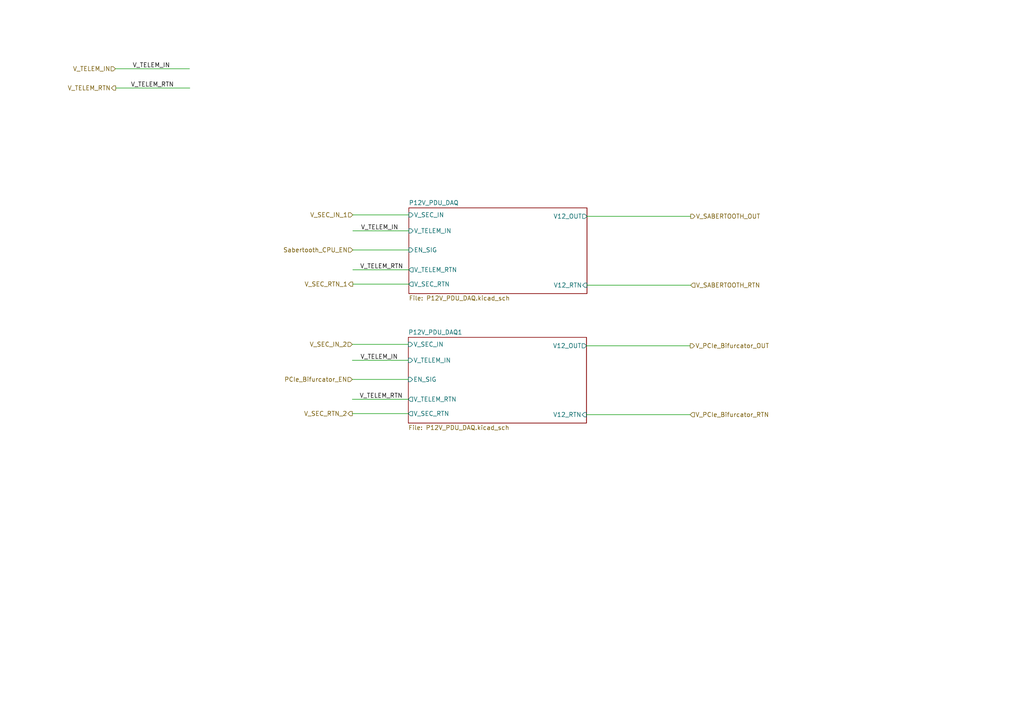
<source format=kicad_sch>
(kicad_sch
	(version 20250114)
	(generator "eeschema")
	(generator_version "9.0")
	(uuid "7c044826-42e0-4a84-9710-9dcfe2d6c28b")
	(paper "A4")
	(lib_symbols)
	(wire
		(pts
			(xy 118.4248 115.8046) (xy 102.1823 115.8046)
		)
		(stroke
			(width 0)
			(type default)
		)
		(uuid "14db9087-a9d7-4ead-b24a-26d1ed0979cb")
	)
	(wire
		(pts
			(xy 33.5705 25.5308) (xy 55.0645 25.5308)
		)
		(stroke
			(width 0)
			(type default)
		)
		(uuid "160868de-fa3f-4538-b8ed-10c382448f46")
	)
	(wire
		(pts
			(xy 33.4678 19.9497) (xy 54.9618 19.9497)
		)
		(stroke
			(width 0)
			(type default)
		)
		(uuid "1ab598cf-6392-4dd5-a7f8-3d8180e396af")
	)
	(wire
		(pts
			(xy 102.1823 110.0523) (xy 118.4248 110.0523)
		)
		(stroke
			(width 0)
			(type default)
		)
		(uuid "223dca9a-f8ab-419e-b1df-af0703c76526")
	)
	(wire
		(pts
			(xy 118.5724 72.5019) (xy 102.3299 72.5019)
		)
		(stroke
			(width 0)
			(type default)
		)
		(uuid "2b337fc5-783c-4709-90f8-2b18b6ffa39b")
	)
	(wire
		(pts
			(xy 118.4248 104.5054) (xy 102.1823 104.5054)
		)
		(stroke
			(width 0)
			(type default)
		)
		(uuid "561463ba-c278-411b-8667-21dc646c834e")
	)
	(wire
		(pts
			(xy 170.1053 100.2939) (xy 200.1778 100.2939)
		)
		(stroke
			(width 0)
			(type default)
		)
		(uuid "7414fe4b-f320-4543-9cf0-194b8462fedd")
	)
	(wire
		(pts
			(xy 118.4248 99.8831) (xy 102.1823 99.8831)
		)
		(stroke
			(width 0)
			(type default)
		)
		(uuid "8fef082d-bfdc-40cb-bd65-17c0d5115279")
	)
	(wire
		(pts
			(xy 170.2529 82.7225) (xy 200.3254 82.7225)
		)
		(stroke
			(width 0)
			(type default)
		)
		(uuid "952e2c49-0802-4783-977b-e9c1eb1f235a")
	)
	(wire
		(pts
			(xy 170.1053 120.2729) (xy 200.1778 120.2729)
		)
		(stroke
			(width 0)
			(type default)
		)
		(uuid "ad351687-b3eb-4cd2-a22d-087175a24fbb")
	)
	(wire
		(pts
			(xy 118.5724 62.3327) (xy 102.3299 62.3327)
		)
		(stroke
			(width 0)
			(type default)
		)
		(uuid "b9b71e06-756e-42a9-b65e-fc7cb6f3414d")
	)
	(wire
		(pts
			(xy 118.5724 78.2542) (xy 102.3299 78.2542)
		)
		(stroke
			(width 0)
			(type default)
		)
		(uuid "c45c3c46-1612-4dea-a9bd-b25e9253346e")
	)
	(wire
		(pts
			(xy 118.5724 82.4143) (xy 102.3299 82.4143)
		)
		(stroke
			(width 0)
			(type default)
		)
		(uuid "cbd121d5-ab1f-481d-8880-eb6d70690ec4")
	)
	(wire
		(pts
			(xy 118.5724 66.955) (xy 102.3299 66.955)
		)
		(stroke
			(width 0)
			(type default)
		)
		(uuid "cc1039b8-88b6-44c8-9927-d2d3c9a1bc65")
	)
	(wire
		(pts
			(xy 118.4248 119.9647) (xy 102.1823 119.9647)
		)
		(stroke
			(width 0)
			(type default)
		)
		(uuid "f8fa3501-eae6-4b0b-aa2f-c83601d3b2f6")
	)
	(wire
		(pts
			(xy 170.2529 62.7435) (xy 200.3254 62.7435)
		)
		(stroke
			(width 0)
			(type default)
		)
		(uuid "fc7b9d6f-a53f-4a76-9a51-2130f93786f0")
	)
	(label "V_TELEM_IN"
		(at 38.4283 19.9497 0)
		(effects
			(font
				(size 1.27 1.27)
			)
			(justify left bottom)
		)
		(uuid "13b2a269-8367-41a4-8a19-c8445ef7da0e")
	)
	(label "V_TELEM_IN"
		(at 104.6407 66.955 0)
		(effects
			(font
				(size 1.27 1.27)
			)
			(justify left bottom)
		)
		(uuid "820bbea9-b35f-4559-9365-cc0a11a09130")
	)
	(label "V_TELEM_RTN"
		(at 104.4095 78.2542 0)
		(effects
			(font
				(size 1.27 1.27)
			)
			(justify left bottom)
		)
		(uuid "84643ac9-4c53-4123-8364-120e7ba4da8a")
	)
	(label "V_TELEM_RTN"
		(at 104.2619 115.8046 0)
		(effects
			(font
				(size 1.27 1.27)
			)
			(justify left bottom)
		)
		(uuid "ae52a4bc-5c24-4773-9ed2-589a8d06037f")
	)
	(label "V_TELEM_RTN"
		(at 37.9147 25.5308 0)
		(effects
			(font
				(size 1.27 1.27)
			)
			(justify left bottom)
		)
		(uuid "f470aa4b-359f-4cfd-b514-6cdca1c6f979")
	)
	(label "V_TELEM_IN"
		(at 104.4931 104.5054 0)
		(effects
			(font
				(size 1.27 1.27)
			)
			(justify left bottom)
		)
		(uuid "f9ea9131-b4d8-451f-a72c-814468c5d859")
	)
	(hierarchical_label "V_SEC_IN_1"
		(shape input)
		(at 102.3299 62.3327 180)
		(effects
			(font
				(size 1.27 1.27)
			)
			(justify right)
		)
		(uuid "067e881d-637a-4bb0-91f5-31739ecca943")
	)
	(hierarchical_label "V_SABERTOOTH_RTN"
		(shape input)
		(at 200.3254 82.7225 0)
		(effects
			(font
				(size 1.27 1.27)
			)
			(justify left)
		)
		(uuid "2619e2c8-070f-4a2d-a7c0-c7de65c7c8f1")
	)
	(hierarchical_label "V_PCIe_Bifurcator_OUT"
		(shape output)
		(at 200.1778 100.2939 0)
		(effects
			(font
				(size 1.27 1.27)
			)
			(justify left)
		)
		(uuid "2a3a2c3a-3643-481d-b120-79dbb9e1a8c7")
	)
	(hierarchical_label "V_SEC_IN_2"
		(shape input)
		(at 102.1823 99.8831 180)
		(effects
			(font
				(size 1.27 1.27)
			)
			(justify right)
		)
		(uuid "720dadd5-2e90-4276-8098-47158ba5a087")
	)
	(hierarchical_label "V_SABERTOOTH_OUT"
		(shape output)
		(at 200.3254 62.7435 0)
		(effects
			(font
				(size 1.27 1.27)
			)
			(justify left)
		)
		(uuid "86154764-e0b2-43e4-9229-665ec685ba97")
	)
	(hierarchical_label "V_PCIe_Bifurcator_RTN"
		(shape input)
		(at 200.1778 120.2729 0)
		(effects
			(font
				(size 1.27 1.27)
			)
			(justify left)
		)
		(uuid "94ce178a-e209-4b9f-9649-b6536590ec8d")
	)
	(hierarchical_label "Sabertooth_CPU_EN"
		(shape input)
		(at 102.3299 72.5019 180)
		(effects
			(font
				(size 1.27 1.27)
			)
			(justify right)
		)
		(uuid "95d81fa3-a8be-4e25-ae9a-5e297eab1e51")
	)
	(hierarchical_label "V_SEC_RTN_1"
		(shape output)
		(at 102.3299 82.4143 180)
		(effects
			(font
				(size 1.27 1.27)
			)
			(justify right)
		)
		(uuid "bd620baf-721c-4936-8fd3-867347a90d43")
	)
	(hierarchical_label "V_TELEM_IN"
		(shape input)
		(at 33.4678 19.9497 180)
		(effects
			(font
				(size 1.27 1.27)
			)
			(justify right)
		)
		(uuid "cbf5ba68-e06d-4fdd-b47f-8a7b291a07cd")
	)
	(hierarchical_label "PCIe_Bifurcator_EN"
		(shape input)
		(at 102.1823 110.0523 180)
		(effects
			(font
				(size 1.27 1.27)
			)
			(justify right)
		)
		(uuid "cfa12bca-ca73-4f18-b45d-1ed59b10ef25")
	)
	(hierarchical_label "V_SEC_RTN_2"
		(shape output)
		(at 102.1823 119.9647 180)
		(effects
			(font
				(size 1.27 1.27)
			)
			(justify right)
		)
		(uuid "ebfed042-25eb-4c32-ad30-15064030ab25")
	)
	(hierarchical_label "V_TELEM_RTN"
		(shape output)
		(at 33.5705 25.5308 180)
		(effects
			(font
				(size 1.27 1.27)
			)
			(justify right)
		)
		(uuid "ef10cb89-989e-454b-8648-5ad8f87745b0")
	)
	(sheet
		(at 118.5724 60.2783)
		(size 51.6805 24.8837)
		(exclude_from_sim no)
		(in_bom yes)
		(on_board yes)
		(dnp no)
		(fields_autoplaced yes)
		(stroke
			(width 0.1524)
			(type solid)
		)
		(fill
			(color 0 0 0 0.0000)
		)
		(uuid "755378bb-5be7-4ea8-bdf2-3a3392425bdb")
		(property "Sheetname" "P12V_PDU_DAQ"
			(at 118.5724 59.5667 0)
			(effects
				(font
					(size 1.27 1.27)
				)
				(justify left bottom)
			)
		)
		(property "Sheetfile" "P12V_PDU_DAQ.kicad_sch"
			(at 118.5724 85.7466 0)
			(effects
				(font
					(size 1.27 1.27)
				)
				(justify left top)
			)
		)
		(pin "V12_OUT" output
			(at 170.2529 62.7435 0)
			(uuid "16e68362-d45f-4653-af39-24d6fad5679b")
			(effects
				(font
					(size 1.27 1.27)
				)
				(justify right)
			)
		)
		(pin "V12_RTN" input
			(at 170.2529 82.7225 0)
			(uuid "2fe8795d-4d5e-4919-8b4e-188efb049b49")
			(effects
				(font
					(size 1.27 1.27)
				)
				(justify right)
			)
		)
		(pin "V_TELEM_RTN" output
			(at 118.5724 78.2542 180)
			(uuid "4adbe448-d14d-467f-94f5-0934f83b5ec8")
			(effects
				(font
					(size 1.27 1.27)
				)
				(justify left)
			)
		)
		(pin "EN_SIG" input
			(at 118.5724 72.5019 180)
			(uuid "28d4b577-0104-4800-83a9-bebfef1aeb65")
			(effects
				(font
					(size 1.27 1.27)
				)
				(justify left)
			)
		)
		(pin "V_TELEM_IN" input
			(at 118.5724 66.955 180)
			(uuid "9d27c90e-50e2-403c-a1b4-113b4d963567")
			(effects
				(font
					(size 1.27 1.27)
				)
				(justify left)
			)
		)
		(pin "V_SEC_RTN" output
			(at 118.5724 82.4143 180)
			(uuid "18e6b00f-d563-4210-8eef-d5c40b74a1ae")
			(effects
				(font
					(size 1.27 1.27)
				)
				(justify left)
			)
		)
		(pin "V_SEC_IN" input
			(at 118.5724 62.3327 180)
			(uuid "9b49606e-79a8-40da-be32-b3fea33dc4b1")
			(effects
				(font
					(size 1.27 1.27)
				)
				(justify left)
			)
		)
		(instances
			(project "11_CPU_PDU"
				(path "/55dc6af3-8895-4b35-aaf0-b3810c84e0eb/47278f8c-7472-4bd6-a0cf-8edce14457a2"
					(page "2")
				)
			)
		)
	)
	(sheet
		(at 118.4248 97.8287)
		(size 51.6805 24.8837)
		(exclude_from_sim no)
		(in_bom yes)
		(on_board yes)
		(dnp no)
		(fields_autoplaced yes)
		(stroke
			(width 0.1524)
			(type solid)
		)
		(fill
			(color 0 0 0 0.0000)
		)
		(uuid "cfd4ee83-9f4f-473d-8b7e-72b94c02da36")
		(property "Sheetname" "P12V_PDU_DAQ1"
			(at 118.4248 97.1171 0)
			(effects
				(font
					(size 1.27 1.27)
				)
				(justify left bottom)
			)
		)
		(property "Sheetfile" "P12V_PDU_DAQ.kicad_sch"
			(at 118.4248 123.297 0)
			(effects
				(font
					(size 1.27 1.27)
				)
				(justify left top)
			)
		)
		(pin "V12_OUT" output
			(at 170.1053 100.2939 0)
			(uuid "dfe8f7ac-28d8-4b59-a13f-3ab8a72ffc04")
			(effects
				(font
					(size 1.27 1.27)
				)
				(justify right)
			)
		)
		(pin "V12_RTN" input
			(at 170.1053 120.2729 0)
			(uuid "c1c49e0f-e03e-49bc-9624-124465dc5dca")
			(effects
				(font
					(size 1.27 1.27)
				)
				(justify right)
			)
		)
		(pin "V_TELEM_RTN" output
			(at 118.4248 115.8046 180)
			(uuid "a8461138-38f5-46f5-8706-d0e9a2ba3acb")
			(effects
				(font
					(size 1.27 1.27)
				)
				(justify left)
			)
		)
		(pin "EN_SIG" input
			(at 118.4248 110.0523 180)
			(uuid "b418e07b-07ad-4eb3-a1d4-11b2c9423e78")
			(effects
				(font
					(size 1.27 1.27)
				)
				(justify left)
			)
		)
		(pin "V_TELEM_IN" input
			(at 118.4248 104.5054 180)
			(uuid "47b5a860-5cb8-4b41-8852-e4c6283966aa")
			(effects
				(font
					(size 1.27 1.27)
				)
				(justify left)
			)
		)
		(pin "V_SEC_RTN" output
			(at 118.4248 119.9647 180)
			(uuid "e472f30f-72ed-44a0-a2f8-ca9754b44e1c")
			(effects
				(font
					(size 1.27 1.27)
				)
				(justify left)
			)
		)
		(pin "V_SEC_IN" input
			(at 118.4248 99.8831 180)
			(uuid "853ffc08-2713-4305-b92f-123081cc3642")
			(effects
				(font
					(size 1.27 1.27)
				)
				(justify left)
			)
		)
		(instances
			(project "11_CPU_PDU"
				(path "/55dc6af3-8895-4b35-aaf0-b3810c84e0eb/47278f8c-7472-4bd6-a0cf-8edce14457a2"
					(page "4")
				)
			)
		)
	)
)

</source>
